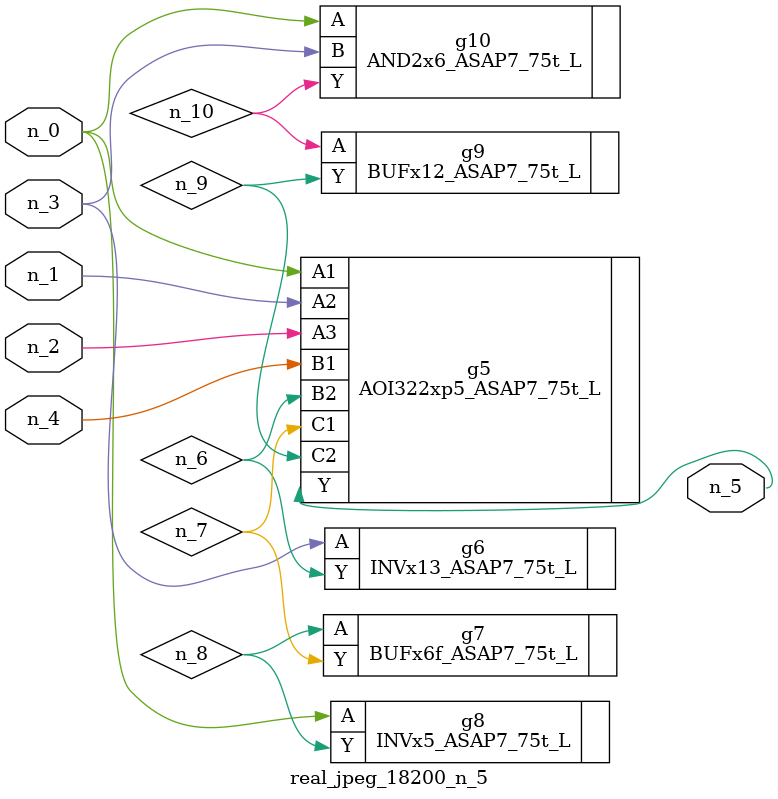
<source format=v>
module real_jpeg_18200_n_5 (n_4, n_0, n_1, n_2, n_3, n_5);

input n_4;
input n_0;
input n_1;
input n_2;
input n_3;

output n_5;

wire n_8;
wire n_6;
wire n_7;
wire n_10;
wire n_9;

AOI322xp5_ASAP7_75t_L g5 ( 
.A1(n_0),
.A2(n_1),
.A3(n_2),
.B1(n_4),
.B2(n_6),
.C1(n_7),
.C2(n_9),
.Y(n_5)
);

INVx5_ASAP7_75t_L g8 ( 
.A(n_0),
.Y(n_8)
);

AND2x6_ASAP7_75t_L g10 ( 
.A(n_0),
.B(n_3),
.Y(n_10)
);

INVx13_ASAP7_75t_L g6 ( 
.A(n_3),
.Y(n_6)
);

BUFx6f_ASAP7_75t_L g7 ( 
.A(n_8),
.Y(n_7)
);

BUFx12_ASAP7_75t_L g9 ( 
.A(n_10),
.Y(n_9)
);


endmodule
</source>
